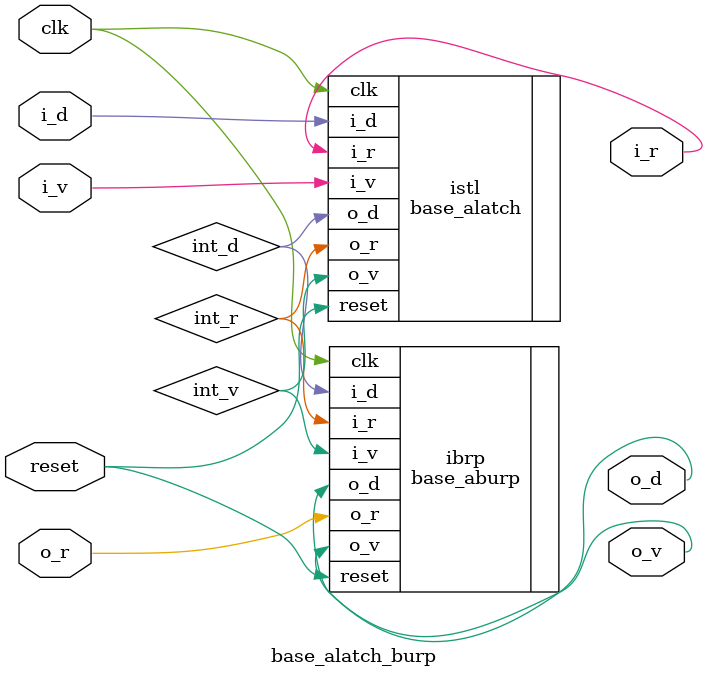
<source format=sv>
/*
 * Copyright 2017 IBM Corporation
 * Licensed to the Apache Software Foundation (ASF) under one
 * or more contributor license agreements.  See the NOTICE file
 * distributed with this work for additional information
 * regarding copyright ownership.  The ASF licenses this file
 * to you under the Apache License, Version 2.0 (the
 * "License"); you may not use this file except in compliance
 * with the License.  You may obtain a copy of the License at
 *
 *     http://www.apache.org/licenses/LICENSE-2.0
 *
 * Unless required by applicable law or agreed to in writing, software
 * distributed under the License is distributed on an "AS IS" BASIS,
 * WITHOUT WARRANTIES OR CONDITIONS OF ANY KIND, either express or implied.
 * See the License for the specific language governing permissions and
 * limitations under the License.
 *
 * Author: Andrew K Martin akmartin@us.ibm.com
 */
 
// latch followed by burp: cycle broken in both directions. 
module base_alatch_burp#
  (
   parameter width=1,
   parameter del_width=0
   )
  (
   input clk, 
   input reset,
   input i_v,
   input [0:width+del_width-1] i_d,
   output 	     i_r,
   output 	     o_v,
   output [0:width+del_width-1] o_d,
   input 	      o_r
   );
   
   wire 	      int_v, int_r;
   wire [0:width+del_width-1]   int_d;
   
   base_alatch#(.width(width),.del_width(del_width)) istl(.clk(clk), .reset(reset), .i_v(i_v), .i_d(i_d), .i_r(i_r), .o_v(int_v), .o_d(int_d), .o_r(int_r));
   base_aburp#(.width(width),.del_width(del_width))  ibrp(.clk(clk), .reset(reset), .i_v(int_v), .i_d(int_d), .i_r(int_r), .o_v(o_v), .o_d(o_d), .o_r(o_r));

endmodule // base_burp

   
	     
	 
   
   


</source>
